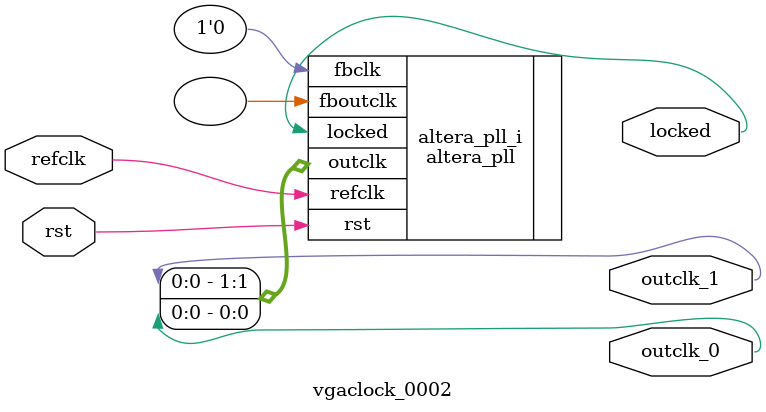
<source format=v>
`timescale 1ns/10ps
module  vgaclock_0002(

	// interface 'refclk'
	input wire refclk,

	// interface 'reset'
	input wire rst,

	// interface 'outclk0'
	output wire outclk_0,

	// interface 'outclk1'
	output wire outclk_1,

	// interface 'locked'
	output wire locked
);

	altera_pll #(
		.fractional_vco_multiplier("false"),
		.reference_clock_frequency("50.0 MHz"),
		.operation_mode("direct"),
		.number_of_clocks(2),
		.output_clock_frequency0("28.320312 MHz"),
		.phase_shift0("0 ps"),
		.duty_cycle0(50),
		.output_clock_frequency1("25.173611 MHz"),
		.phase_shift1("0 ps"),
		.duty_cycle1(50),
		.output_clock_frequency2("0 MHz"),
		.phase_shift2("0 ps"),
		.duty_cycle2(50),
		.output_clock_frequency3("0 MHz"),
		.phase_shift3("0 ps"),
		.duty_cycle3(50),
		.output_clock_frequency4("0 MHz"),
		.phase_shift4("0 ps"),
		.duty_cycle4(50),
		.output_clock_frequency5("0 MHz"),
		.phase_shift5("0 ps"),
		.duty_cycle5(50),
		.output_clock_frequency6("0 MHz"),
		.phase_shift6("0 ps"),
		.duty_cycle6(50),
		.output_clock_frequency7("0 MHz"),
		.phase_shift7("0 ps"),
		.duty_cycle7(50),
		.output_clock_frequency8("0 MHz"),
		.phase_shift8("0 ps"),
		.duty_cycle8(50),
		.output_clock_frequency9("0 MHz"),
		.phase_shift9("0 ps"),
		.duty_cycle9(50),
		.output_clock_frequency10("0 MHz"),
		.phase_shift10("0 ps"),
		.duty_cycle10(50),
		.output_clock_frequency11("0 MHz"),
		.phase_shift11("0 ps"),
		.duty_cycle11(50),
		.output_clock_frequency12("0 MHz"),
		.phase_shift12("0 ps"),
		.duty_cycle12(50),
		.output_clock_frequency13("0 MHz"),
		.phase_shift13("0 ps"),
		.duty_cycle13(50),
		.output_clock_frequency14("0 MHz"),
		.phase_shift14("0 ps"),
		.duty_cycle14(50),
		.output_clock_frequency15("0 MHz"),
		.phase_shift15("0 ps"),
		.duty_cycle15(50),
		.output_clock_frequency16("0 MHz"),
		.phase_shift16("0 ps"),
		.duty_cycle16(50),
		.output_clock_frequency17("0 MHz"),
		.phase_shift17("0 ps"),
		.duty_cycle17(50),
		.pll_type("General"),
		.pll_subtype("General")
	) altera_pll_i (
		.rst	(rst),
		.outclk	({outclk_1, outclk_0}),
		.locked	(locked),
		.fboutclk	( ),
		.fbclk	(1'b0),
		.refclk	(refclk)
	);
endmodule


</source>
